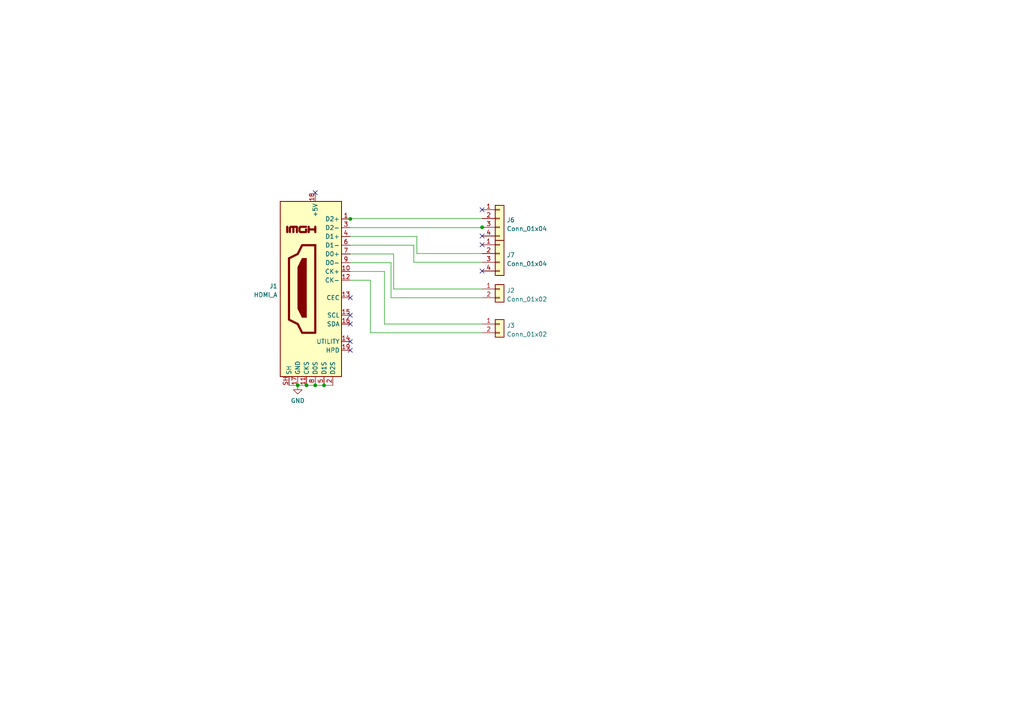
<source format=kicad_sch>
(kicad_sch (version 20211123) (generator eeschema)
  (paper "A4")
  (lib_symbols
    (symbol "Connector:HDMI_A"
      (property "Reference" "J" (at -6.35 26.67 0))
      (property "Value" "HDMI_A" (at 10.16 26.67 0))
      (symbol "HDMI_A_0_0"
        (polyline (pts (xy 8.128 16.51) (xy 8.128 18.034)) (stroke (width 0.635)))
        (polyline (pts (xy 0 16.51) (xy 0 18.034) (xy 0 17.272) (xy 1.905 17.272) (xy 1.905 18.034) (xy 1.905 16.51)) (stroke (width 0.635)))
        (polyline (pts (xy 2.667 18.034) (xy 4.318 18.034) (xy 4.572 17.78) (xy 4.572 16.764) (xy 4.318 16.51) (xy 2.667 16.51) (xy 2.667 17.272)) (stroke (width 0.635)))
      )
      (symbol "HDMI_A_0_1"
        (rectangle (start -7.62 25.4) (end 10.16 -25.4) (stroke (width 0.254)) (fill (type background)))
        (polyline (pts (xy 2.54 8.89) (xy 3.81 8.89) (xy 5.08 6.35) (xy 5.08 -5.715) (xy 3.81 -8.255) (xy 2.54 -8.255) (xy 2.54 8.89)) (fill (type outline)))
        (polyline (pts (xy 5.334 16.51) (xy 5.334 18.034) (xy 6.35 18.034) (xy 6.35 16.51) (xy 6.35 18.034) (xy 7.112 18.034) (xy 7.366 17.78) (xy 7.366 16.51)) (stroke (width 0.635)))
        (polyline (pts (xy 0 12.7) (xy 0 -12.7) (xy 3.81 -12.7) (xy 5.08 -10.16) (xy 7.62 -8.89) (xy 7.62 8.89) (xy 5.08 10.16) (xy 3.81 12.7) (xy 0 12.7)) (stroke (width 0.635)))
      )
      (symbol "HDMI_A_1_1"
        (pin passive line (at -10.16 20.32 0) (length 2.54) (name "D2+") (number "1"))
        (pin passive line (at -10.16 5.08 0) (length 2.54) (name "CK+") (number "10"))
        (pin power_in line (at 2.54 -27.94 90) (length 2.54) (name "CKS") (number "11"))
        (pin passive line (at -10.16 2.54 0) (length 2.54) (name "CK-") (number "12"))
        (pin bidirectional line (at -10.16 -2.54 0) (length 2.54) (name "CEC") (number "13"))
        (pin passive line (at -10.16 -15.24 0) (length 2.54) (name "UTILITY") (number "14"))
        (pin passive line (at -10.16 -7.62 0) (length 2.54) (name "SCL") (number "15"))
        (pin bidirectional line (at -10.16 -10.16 0) (length 2.54) (name "SDA") (number "16"))
        (pin power_in line (at 5.08 -27.94 90) (length 2.54) (name "GND") (number "17"))
        (pin power_in line (at 0 27.94 270) (length 2.54) (name "+5V") (number "18"))
        (pin passive line (at -10.16 -17.78 0) (length 2.54) (name "HPD") (number "19"))
        (pin power_in line (at -5.08 -27.94 90) (length 2.54) (name "D2S") (number "2"))
        (pin passive line (at -10.16 17.78 0) (length 2.54) (name "D2-") (number "3"))
        (pin passive line (at -10.16 15.24 0) (length 2.54) (name "D1+") (number "4"))
        (pin power_in line (at -2.54 -27.94 90) (length 2.54) (name "D1S") (number "5"))
        (pin passive line (at -10.16 12.7 0) (length 2.54) (name "D1-") (number "6"))
        (pin passive line (at -10.16 10.16 0) (length 2.54) (name "D0+") (number "7"))
        (pin power_in line (at 0 -27.94 90) (length 2.54) (name "D0S") (number "8"))
        (pin passive line (at -10.16 7.62 0) (length 2.54) (name "D0-") (number "9"))
        (pin passive line (at 7.62 -27.94 90) (length 2.54) (name "SH") (number "SH"))
      )
    )
    (symbol "Connector_Generic:Conn_01x02" (pin_names (offset 1.016) hide)
      (property "Reference" "J" (at 0 2.54 0))
      (property "Value" "Conn_01x02" (at 0 -5.08 0))
      (symbol "Conn_01x02_1_1"
        (rectangle (start -1.27 -2.413) (end 0 -2.667) (stroke (width 0.1524)))
        (rectangle (start -1.27 0.127) (end 0 -0.127) (stroke (width 0.1524)))
        (rectangle (start -1.27 1.27) (end 1.27 -3.81) (stroke (width 0.254)) (fill (type background)))
        (pin passive line (at -5.08 0 0) (length 3.81) (name "Pin_1") (number "1"))
        (pin passive line (at -5.08 -2.54 0) (length 3.81) (name "Pin_2") (number "2"))
      )
    )
    (symbol "Connector_Generic:Conn_01x04" (pin_names (offset 1.016) hide)
      (property "Reference" "J" (at 0 5.08 0))
      (property "Value" "Conn_01x04" (at 0 -7.62 0))
      (symbol "Conn_01x04_1_1"
        (rectangle (start -1.27 -4.953) (end 0 -5.207) (stroke (width 0.1524)))
        (rectangle (start -1.27 -2.413) (end 0 -2.667) (stroke (width 0.1524)))
        (rectangle (start -1.27 0.127) (end 0 -0.127) (stroke (width 0.1524)))
        (rectangle (start -1.27 2.667) (end 0 2.413) (stroke (width 0.1524)))
        (rectangle (start -1.27 3.81) (end 1.27 -6.35) (stroke (width 0.254)) (fill (type background)))
        (pin passive line (at -5.08 2.54 0) (length 3.81) (name "Pin_1") (number "1"))
        (pin passive line (at -5.08 0 0) (length 3.81) (name "Pin_2") (number "2"))
        (pin passive line (at -5.08 -2.54 0) (length 3.81) (name "Pin_3") (number "3"))
        (pin passive line (at -5.08 -5.08 0) (length 3.81) (name "Pin_4") (number "4"))
      )
    )
    (symbol "power:GND" (power) (pin_names (offset 0))
      (property "Value" "GND" (at 0 -3.81 0))
      (symbol "GND_0_1"
        (polyline (pts (xy 0 0) (xy 0 -1.27) (xy 1.27 -1.27) (xy 0 -2.54) (xy -1.27 -1.27) (xy 0 -1.27)))
      )
      (symbol "GND_1_1"
        (pin power_in line (at 0 0 270) (length 0) hide (name "GND") (number "1"))
      )
    )
  )
  (junction (at 101.6 63.5))
  (junction (at 139.827 65.913))
  (junction (at 91.44 111.76))
  (junction (at 88.9 111.76))
  (junction (at 93.98 111.76))
  (junction (at 86.36 111.76))
  (no_connect (at 101.6 101.6))
  (no_connect (at 91.44 55.88))
  (no_connect (at 139.827 78.613))
  (no_connect (at 139.827 70.993))
  (no_connect (at 139.827 68.453))
  (no_connect (at 139.827 60.833))
  (no_connect (at 101.6 93.98))
  (no_connect (at 101.6 86.36))
  (no_connect (at 101.6 91.44))
  (no_connect (at 101.6 99.06))
  (wire (pts (xy 120.015 76.073) (xy 139.827 76.073)))
  (wire (pts (xy 113.411 76.2) (xy 101.6 76.2)))
  (wire (pts (xy 120.904 73.533) (xy 120.904 68.58)))
  (wire (pts (xy 139.827 73.533) (xy 120.904 73.533)))
  (wire (pts (xy 111.506 93.98) (xy 139.827 93.98)))
  (wire (pts (xy 101.6 78.74) (xy 111.506 78.74)))
  (wire (pts (xy 101.6 73.66) (xy 114.173 73.66)))
  (wire (pts (xy 86.36 111.76) (xy 88.9 111.76)))
  (wire (pts (xy 101.6 63.373) (xy 101.6 63.5)))
  (wire (pts (xy 91.44 111.76) (xy 93.98 111.76)))
  (wire (pts (xy 107.442 96.52) (xy 107.442 81.28)))
  (wire (pts (xy 111.506 78.74) (xy 111.506 93.98)))
  (wire (pts (xy 101.6 66.04) (xy 139.827 66.04)))
  (wire (pts (xy 93.98 111.76) (xy 96.52 111.76)))
  (wire (pts (xy 139.827 96.52) (xy 107.442 96.52)))
  (wire (pts (xy 113.411 86.36) (xy 113.411 76.2)))
  (wire (pts (xy 114.173 73.66) (xy 114.173 83.82)))
  (wire (pts (xy 120.015 71.12) (xy 120.015 76.073)))
  (wire (pts (xy 139.827 66.04) (xy 139.827 65.913)))
  (wire (pts (xy 101.6 71.12) (xy 120.015 71.12)))
  (wire (pts (xy 107.442 81.28) (xy 101.6 81.28)))
  (wire (pts (xy 139.827 63.373) (xy 101.6 63.373)))
  (wire (pts (xy 139.827 86.36) (xy 113.411 86.36)))
  (wire (pts (xy 120.904 68.58) (xy 101.6 68.58)))
  (wire (pts (xy 83.82 111.76) (xy 86.36 111.76)))
  (wire (pts (xy 114.173 83.82) (xy 139.827 83.82)))
  (wire (pts (xy 88.9 111.76) (xy 91.44 111.76)))
  (symbol (lib_id "Connector_Generic:Conn_01x02") (at 144.907 83.82 0) (unit 1)
    (property "Reference" "J2" (at 146.939 84.2553 0) (effects (justify left)))
    (property "Value" "Conn_01x02" (at 146.939 86.7922 0) (effects (justify left)))
    (property "Footprint" "Connector_JST:JST_PH_S2B-PH-K_1x02_P2.00mm_Horizontal" (effects hide))
    (property "LCSC" "C16965" (effects hide))
  )
  (symbol (lib_id "Connector_Generic:Conn_01x02") (at 144.907 93.98 0) (unit 1)
    (property "Reference" "J3" (at 146.939 94.4153 0) (effects (justify left)))
    (property "Value" "Conn_01x02" (at 146.939 96.9522 0) (effects (justify left)))
    (property "Footprint" "Connector_JST:JST_PH_S2B-PH-K_1x02_P2.00mm_Horizontal" (effects hide))
    (property "LCSC" "C16965" (effects hide))
  )
  (symbol (lib_id "power:GND") (at 86.36 111.76 0) (unit 1)
    (property "Reference" "#PWR0101" (effects hide))
    (property "Value" "GND" (at 86.36 116.2034 0))
  )
  (symbol (lib_id "Connector:HDMI_A") (at 91.44 83.82 0) (mirror y) (unit 1)
    (property "Reference" "J1" (at 80.5181 82.9853 0) (effects (justify left)))
    (property "Value" "HDMI_A" (at 80.5181 85.5222 0) (effects (justify left)))
    (property "Footprint" "0_21Pin_FootprintLib:HDMI-SMD_HDMI-019S" (effects hide))
    (property "Datasheet" "https://en.wikipedia.org/wiki/HDMI" (effects hide))
    (property "LCSC" "C111617" (effects hide))
  )
  (symbol (lib_id "Connector_Generic:Conn_01x04") (at 144.907 73.533 0) (unit 1)
    (property "Reference" "J7" (at 146.939 73.9683 0) (effects (justify left)))
    (property "Value" "Conn_01x04" (at 146.939 76.5052 0) (effects (justify left)))
    (property "Footprint" "Connector_JST:JST_SH_SM04B-SRSS-TB_1x04-1MP_P1.00mm_Horizontal" (effects hide))
    (property "LCSC" "C371571" (effects hide))
  )
  (symbol (lib_id "Connector_Generic:Conn_01x04") (at 144.907 63.373 0) (unit 1)
    (property "Reference" "J6" (at 146.939 63.8083 0) (effects (justify left)))
    (property "Value" "Conn_01x04" (at 146.939 66.3452 0) (effects (justify left)))
    (property "Footprint" "Connector_JST:JST_SH_SM04B-SRSS-TB_1x04-1MP_P1.00mm_Horizontal" (effects hide))
    (property "LCSC" "C371571" (effects hide))
  )
)
</source>
